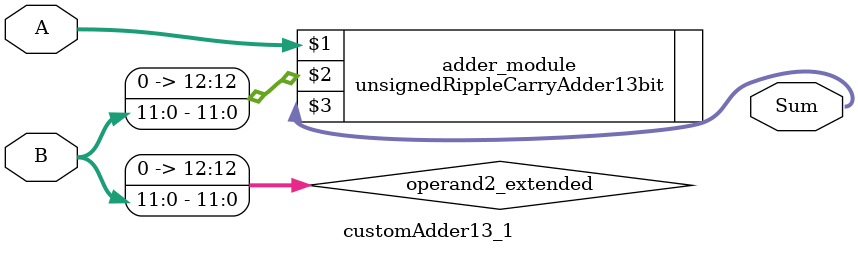
<source format=v>

module customAdder13_1(
                    input [12 : 0] A,
                    input [11 : 0] B,
                    
                    output [13 : 0] Sum
            );

    wire [12 : 0] operand2_extended;
    
    assign operand2_extended =  {1'b0, B};
    
    unsignedRippleCarryAdder13bit adder_module(
        A,
        operand2_extended,
        Sum
    );
    
endmodule
        
</source>
